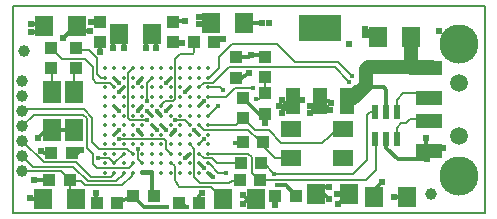
<source format=gbr>
%FSLAX23Y23*%
%MOIN*%
G04 EasyPC Gerber Version 17.0 Build 3379 *
%ADD123R,0.02362X0.04724*%
%ADD118R,0.03937X0.04331*%
%ADD112R,0.04134X0.04252*%
%ADD113R,0.04331X0.03937*%
%ADD116R,0.04800X0.08800*%
%ADD121R,0.05906X0.07480*%
%ADD110R,0.06299X0.07087*%
%ADD120R,0.08661X0.04724*%
%ADD117R,0.14173X0.08661*%
%ADD78C,0.00500*%
%ADD77C,0.00590*%
%ADD76C,0.01200*%
%ADD115C,0.01378*%
%ADD75C,0.01600*%
%ADD73C,0.01772*%
%ADD74C,0.02400*%
%ADD71C,0.03937*%
%ADD72C,0.03937*%
%ADD124C,0.04724*%
%ADD70C,0.05918*%
%ADD19C,0.13055*%
%ADD119R,0.04331X0.03937*%
%ADD111R,0.04252X0.04134*%
%ADD114R,0.03937X0.04331*%
%ADD122R,0.07087X0.05512*%
X0Y0D02*
D02*
D19*
X1758Y353D03*
Y793D03*
D02*
D70*
Y484D03*
Y662D03*
D02*
D71*
X307Y767D03*
X1665Y290D03*
D02*
D72*
X303Y369D03*
Y419D03*
Y469D03*
Y519D03*
Y569D03*
Y619D03*
Y669D03*
D02*
D73*
X624Y474D03*
Y505D03*
Y568D03*
Y663D03*
X626Y633D03*
X687Y442D03*
Y505D03*
Y568D03*
Y663D03*
X718Y568D03*
X750Y505D03*
Y568D03*
X781Y505D03*
Y568D03*
Y663D03*
X813Y505D03*
X844Y411D03*
Y631D03*
X876Y505D03*
X907Y379D03*
Y474D03*
Y600D03*
X939Y348D03*
X982Y363D03*
X1010Y462D03*
X1080Y609D03*
X1143Y359D03*
D02*
D74*
X328Y277D03*
X330Y832D03*
Y857D03*
X342Y338D03*
X354Y479D03*
X366Y436D03*
X439Y812D03*
X498Y438D03*
X527Y834D03*
X531Y865D03*
X549Y294D03*
X563Y765D03*
X604Y779D03*
X640D03*
X714D03*
X748D03*
X836Y796D03*
X846Y867D03*
X891Y857D03*
Y881D03*
X901Y294D03*
X972Y808D03*
X1039Y259D03*
Y287D03*
X1059Y694D03*
X1065Y755D03*
X1100Y863D03*
X1112Y529D03*
X1126Y863D03*
X1145Y255D03*
X1157Y584D03*
X1167Y605D03*
X1169Y560D03*
X1236Y605D03*
X1262Y560D03*
Y584D03*
X1325Y275D03*
Y314D03*
X1328Y570D03*
X1330Y596D03*
X1352Y290D03*
X1354Y259D03*
X1390Y790D03*
X1445Y820D03*
Y842D03*
X1502Y332D03*
X1543Y281D03*
X1649Y479D03*
X1651Y408D03*
X1691Y835D03*
X1704Y446D03*
D02*
D75*
X555Y411D03*
X718Y537D03*
Y600D03*
X785Y249D03*
X813Y537D03*
X852Y247D03*
X954Y586D03*
X972Y637D03*
X1073Y645D03*
X1153Y320D03*
X1391Y665D03*
X1403Y686D03*
D02*
D76*
X372Y275D02*
X328D01*
Y277*
X374Y850D02*
X352D01*
Y832*
X330*
X374Y850D02*
X354D01*
Y857*
X330*
X393Y338D02*
X342D01*
X398Y428D02*
X374D01*
X366Y436*
X401Y505D02*
X380D01*
X354Y479*
X467Y428D02*
X488D01*
X498Y438*
X474Y505D02*
X401D01*
X484Y850D02*
X492D01*
Y859*
X439Y812*
X484Y850D02*
X506D01*
Y834*
X527*
X549Y294D02*
Y262D01*
X550Y261*
X563Y797D02*
Y765D01*
Y866D02*
X532D01*
X531Y865*
X604Y779D02*
Y800D01*
X624*
Y826*
X608Y489D02*
X624Y505D01*
X608Y584D02*
X624Y568D01*
X608Y678D02*
X624Y663D01*
Y826D02*
X640Y810D01*
Y779*
Y647D02*
X626Y633D01*
X673Y285D02*
X619Y261D01*
X702Y363D02*
Y365D01*
X736*
Y285*
X740*
X702Y489D02*
X687Y505D01*
X702Y584D02*
X687Y568D01*
X702Y678D02*
X687Y663D01*
X734Y363D02*
X702D01*
X734Y521D02*
X750Y505D01*
X734Y552D02*
X718Y568D01*
X734Y826D02*
X726D01*
X714Y814*
Y779*
X748D02*
Y802D01*
X734*
Y826*
X765Y521D02*
X781Y505D01*
X765Y552D02*
X750Y568D01*
X785Y249D02*
X708D01*
X673Y285*
X797Y489D02*
X813Y505D01*
X797Y584D02*
X781Y568D01*
X797Y678D02*
X781Y663D01*
X805Y797D02*
X835D01*
X836Y796*
X805Y866D02*
Y867D01*
X846*
X824Y261D02*
X852Y247D01*
X860Y426D02*
X844Y411D01*
X860Y647D02*
X844Y631D01*
X891Y395D02*
X907Y379D01*
X891Y489D02*
X876Y505D01*
X891Y584D02*
X907Y600D01*
X892Y261D02*
Y286D01*
X901Y294*
X923Y363D02*
X939Y348D01*
X933Y863D02*
X935D01*
Y873*
X891Y881*
X933Y863D02*
X891Y857D01*
X943Y798D02*
X972Y808D01*
X1014Y679D02*
X1019D01*
Y668*
X1059Y694*
X1014Y748D02*
X1058D01*
X1065Y755*
X1039Y464D02*
Y462D01*
X1010*
X1043Y863D02*
X1100D01*
X1082Y275D02*
X1055D01*
X1039Y259*
X1082Y275D02*
X1051D01*
X1039Y287*
X1112Y559D02*
X1091D01*
X1039Y611*
X1112Y559D02*
Y529D01*
Y749D02*
Y755D01*
X1065*
X1146Y285D02*
X1145Y255D01*
X1169Y560D02*
Y567D01*
X1204Y602*
Y588*
X1177*
X1173Y584*
X1157*
X1204Y602D02*
X1232D01*
X1236Y605*
X1204Y602D02*
Y594D01*
X1179*
X1167Y605*
X1215Y285D02*
X1181Y320D01*
X1153*
X1262Y584D02*
X1277D01*
X1295Y602*
X1283Y292D02*
X1307D01*
X1325Y275*
X1283Y292D02*
X1305D01*
Y314*
X1325*
X1295Y602D02*
Y594D01*
X1262Y560*
X1295Y602D02*
X1328Y570D01*
X1295Y602D02*
X1324D01*
X1330Y596*
X1393Y292D02*
X1354D01*
X1352Y290*
X1393Y292D02*
X1354Y259D01*
X1476Y281D02*
Y306D01*
X1502Y332*
X1488Y814D02*
Y818D01*
X1492*
Y810*
X1445Y820*
X1488Y814D02*
X1445Y842D01*
X1515Y566D02*
Y637D01*
X1508Y647*
X1412*
X1386Y621*
Y602*
X1586Y281D02*
X1543D01*
X1651Y408D02*
X1554D01*
X1515Y446*
Y476*
X1659Y435D02*
X1649Y451D01*
Y479*
X1659Y435D02*
X1675D01*
Y446*
X1704*
X1659Y435D02*
X1651Y408D01*
D02*
D77*
X303Y569D02*
Y574D01*
X507*
X535Y546*
Y466*
X559Y442*
X653*
X671Y426*
X401Y631D02*
Y710D01*
X399Y712*
X460Y338D02*
Y340D01*
X431Y369*
X303*
X303Y369*
X460Y338D02*
Y334D01*
X498*
X512Y320*
X634*
X667Y353*
Y363*
X671*
X474Y631D02*
Y706D01*
X480Y712*
X482Y275D02*
X478D01*
Y279*
X460Y296*
Y338*
X577Y678D02*
X565D01*
X551Y692*
Y745*
X525Y771*
X488*
X480Y779*
X608Y363D02*
X606D01*
Y355*
X598Y348*
X531*
X482Y397*
X375*
X303Y469*
X608Y395D02*
X640Y426D01*
X608Y395D02*
X592Y411D01*
X555*
X608Y647D02*
Y649D01*
X594Y663*
X549*
X537Y674*
Y716*
X510Y743*
X435*
X399Y779*
X640Y363D02*
Y359D01*
X614Y334*
X521*
X472Y383*
X339*
X303Y419*
X671Y395D02*
Y393D01*
X657Y379*
X551*
X537Y393*
Y426*
X517Y446*
Y544*
X506Y556*
X340*
X303Y519*
X671Y710D02*
X655Y694D01*
Y544*
X663Y537*
X718*
X702Y395D02*
X701D01*
X687Y409*
Y442*
X734Y678D02*
X718Y663D01*
Y600*
X765Y584D02*
Y588D01*
X777Y600*
X805*
X813Y607*
Y743*
X828Y759*
X870*
X876Y765*
Y798*
X797Y395D02*
X813Y385D01*
Y338*
X825Y316*
X931*
X972Y275*
X797Y426D02*
X781Y442D01*
Y468*
X775Y474*
X624*
X860Y521D02*
X846Y537D01*
X813*
X891Y458D02*
X907Y474D01*
X891Y647D02*
X907Y663D01*
X937*
X990Y716*
X1344*
X1391Y665*
X923Y395D02*
X927D01*
Y391*
X954Y363*
X982*
X923Y521D02*
X1015D01*
X1039Y544*
X923Y552D02*
X954Y584D01*
Y586*
X923Y615D02*
X982D01*
X1012Y645*
X1073*
X923Y647D02*
X962D01*
X972Y637*
X923Y678D02*
X925D01*
X958Y712*
Y749*
X1000Y790*
X1153*
X1210Y733*
X1356*
X1403Y686*
X1027Y338D02*
X1002Y336D01*
X992Y328*
X895*
X876Y348*
Y442*
X860Y458*
X1031Y395D02*
X951D01*
X935Y411*
X907*
X891Y426*
X1080Y609D02*
X1093D01*
X1112Y628*
X1094Y338D02*
X1447D01*
X1480Y371*
Y476*
X1478*
X1094Y338D02*
X1090D01*
X1067Y361*
Y415*
X1055Y426*
X923*
X1098Y395D02*
X1108D01*
X1143Y359*
X1106Y464D02*
Y452D01*
X1145Y413*
X1199*
X1106Y464D02*
X1090D01*
Y470*
X1055Y505*
X907*
X891Y521*
X1112Y682D02*
Y628D01*
X1143Y359D02*
X1405D01*
X1451Y405*
Y556*
X1460Y566*
X1478*
X1372Y507D02*
X1354D01*
X1301Y462*
X1165*
X1124Y505*
X1078*
X1055Y529*
Y544*
X1039*
X1659Y534D02*
Y540D01*
X1596*
X1580Y527*
X1565*
X1551Y511*
Y476*
X1553*
X1659Y612D02*
X1649D01*
Y627*
X1572*
X1551Y606*
Y566*
X1553*
D02*
D78*
X1844Y228D02*
X270D01*
Y918*
X1844*
Y228*
D02*
D110*
X372Y275D03*
X374Y850D03*
X482Y275D03*
X484Y850D03*
X624Y826D03*
X734D03*
X933Y863D03*
X972Y275D03*
X1043Y863D03*
X1082Y275D03*
X1283Y292D03*
X1393D03*
X1476Y281D03*
X1488Y814D03*
X1586Y281D03*
X1598Y814D03*
D02*
D111*
X563Y797D03*
Y866D03*
X805Y797D03*
Y866D03*
X1014Y679D03*
Y748D03*
X1112Y559D03*
Y628D03*
D02*
D112*
X398Y428D03*
X467D03*
X550Y261D03*
X619D03*
X824D03*
X892D03*
X1146Y285D03*
X1215D03*
D02*
D113*
X1039Y464D03*
X1106D03*
D02*
D114*
X1039Y544D03*
Y611D03*
D02*
D115*
X577Y363D03*
Y395D03*
Y426D03*
Y458D03*
Y489D03*
Y521D03*
Y552D03*
Y584D03*
Y615D03*
Y647D03*
Y678D03*
Y710D03*
X608Y363D03*
Y395D03*
Y426D03*
Y458D03*
Y489D03*
Y521D03*
Y552D03*
Y584D03*
Y615D03*
Y647D03*
Y678D03*
Y710D03*
X640Y363D03*
Y395D03*
Y426D03*
Y458D03*
Y489D03*
Y521D03*
Y552D03*
Y584D03*
Y615D03*
Y647D03*
Y678D03*
Y710D03*
X671Y363D03*
Y395D03*
Y426D03*
Y458D03*
Y489D03*
Y521D03*
Y552D03*
Y584D03*
Y615D03*
Y647D03*
Y678D03*
Y710D03*
X702Y363D03*
Y395D03*
Y426D03*
Y458D03*
Y489D03*
Y521D03*
Y552D03*
Y584D03*
Y615D03*
Y647D03*
Y678D03*
Y710D03*
X734Y363D03*
Y395D03*
Y426D03*
Y458D03*
Y489D03*
Y521D03*
Y552D03*
Y584D03*
Y615D03*
Y647D03*
Y678D03*
Y710D03*
X765Y363D03*
Y395D03*
Y426D03*
Y458D03*
Y489D03*
Y521D03*
Y552D03*
Y584D03*
Y615D03*
Y647D03*
Y678D03*
Y710D03*
X797Y363D03*
Y395D03*
Y426D03*
Y458D03*
Y489D03*
Y521D03*
Y552D03*
Y584D03*
Y615D03*
Y647D03*
Y678D03*
Y710D03*
X828Y363D03*
Y395D03*
Y426D03*
Y458D03*
Y489D03*
Y521D03*
Y552D03*
Y584D03*
Y615D03*
Y647D03*
Y678D03*
Y710D03*
X860Y363D03*
Y395D03*
Y426D03*
Y458D03*
Y489D03*
Y521D03*
Y552D03*
Y584D03*
Y615D03*
Y647D03*
Y678D03*
Y710D03*
X891Y363D03*
Y395D03*
Y426D03*
Y458D03*
Y489D03*
Y521D03*
Y552D03*
Y584D03*
Y615D03*
Y647D03*
Y678D03*
Y710D03*
X923Y363D03*
Y395D03*
Y426D03*
Y458D03*
Y489D03*
Y521D03*
Y552D03*
Y584D03*
Y615D03*
Y647D03*
Y678D03*
Y710D03*
D02*
D116*
X1204Y602D03*
X1295D03*
X1386D03*
D02*
D117*
X1295Y846D03*
D02*
D118*
X393Y338D03*
X460D03*
X673Y285D03*
X740D03*
X876Y798D03*
X943D03*
X1027Y338D03*
X1031Y395D03*
X1094Y338D03*
X1098Y395D03*
D02*
D119*
X399Y712D03*
Y779D03*
X480Y712D03*
Y779D03*
X1112Y682D03*
Y749D03*
D02*
D120*
X1659Y435D03*
Y534D03*
Y612D03*
Y711D03*
D02*
D121*
X401Y505D03*
Y631D03*
X474Y505D03*
Y631D03*
D02*
D122*
X1199Y413D03*
Y507D03*
X1372Y413D03*
Y507D03*
D02*
D123*
X1478Y476D03*
Y566D03*
X1515Y476D03*
Y566D03*
X1553Y476D03*
Y566D03*
D02*
D124*
X1659Y711D02*
X1663D01*
Y712*
X1598Y713*
Y814*
X1659Y711D02*
Y714D01*
X1651Y713*
X1667*
Y714*
X1456*
X1447Y707*
Y653*
X1403Y609*
X1386*
Y602*
X0Y0D02*
M02*

</source>
